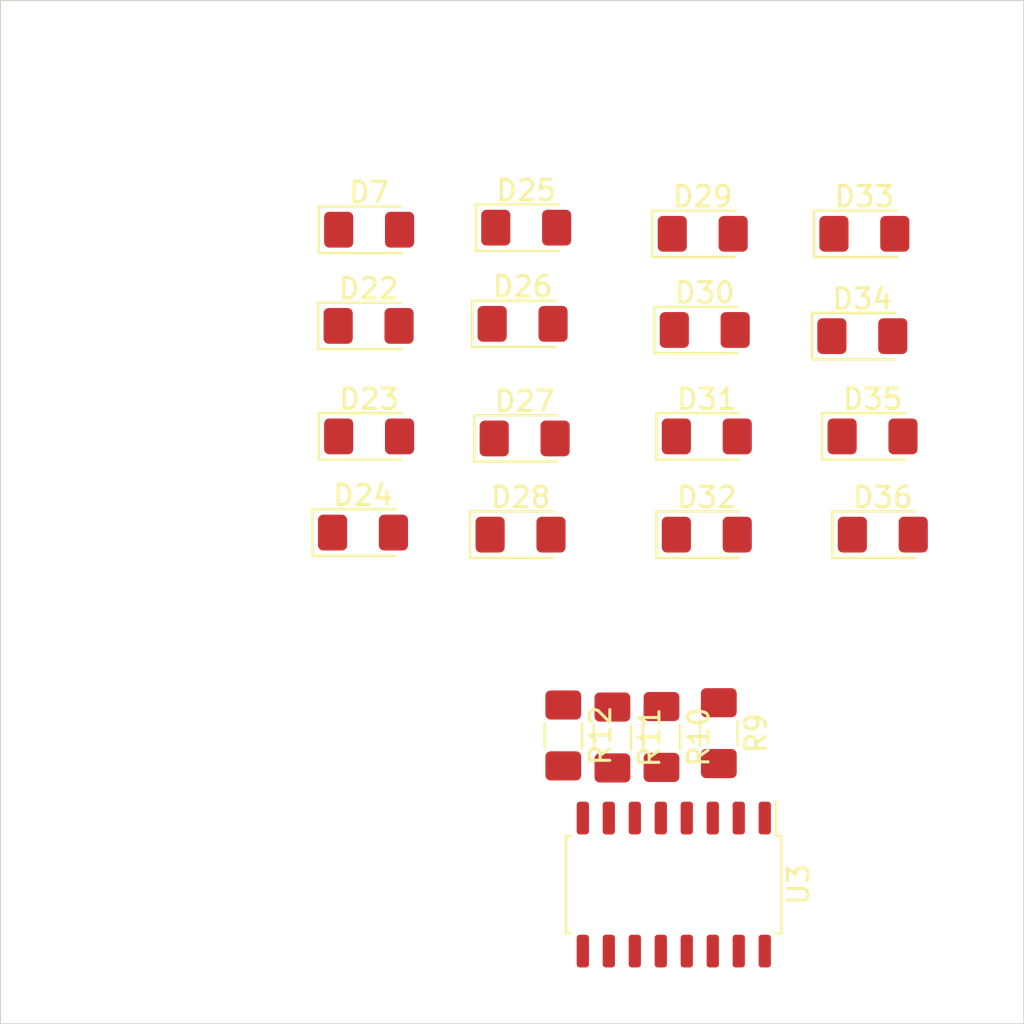
<source format=kicad_pcb>
(kicad_pcb (version 20171130) (host pcbnew 5.1.4+dfsg1-1)

  (general
    (thickness 1.6)
    (drawings 4)
    (tracks 0)
    (zones 0)
    (modules 21)
    (nets 21)
  )

  (page A4)
  (layers
    (0 F.Cu signal)
    (31 B.Cu signal)
    (32 B.Adhes user)
    (33 F.Adhes user)
    (34 B.Paste user)
    (35 F.Paste user)
    (36 B.SilkS user)
    (37 F.SilkS user)
    (38 B.Mask user)
    (39 F.Mask user)
    (40 Dwgs.User user)
    (41 Cmts.User user)
    (42 Eco1.User user)
    (43 Eco2.User user)
    (44 Edge.Cuts user)
    (45 Margin user)
    (46 B.CrtYd user)
    (47 F.CrtYd user)
    (48 B.Fab user)
    (49 F.Fab user)
  )

  (setup
    (last_trace_width 0.25)
    (user_trace_width 0.5)
    (user_trace_width 0.8)
    (trace_clearance 0.2)
    (zone_clearance 0.508)
    (zone_45_only no)
    (trace_min 0.2)
    (via_size 0.8)
    (via_drill 0.4)
    (via_min_size 0.4)
    (via_min_drill 0.3)
    (uvia_size 0.3)
    (uvia_drill 0.1)
    (uvias_allowed no)
    (uvia_min_size 0.2)
    (uvia_min_drill 0.1)
    (edge_width 0.05)
    (segment_width 0.2)
    (pcb_text_width 0.3)
    (pcb_text_size 1.5 1.5)
    (mod_edge_width 0.12)
    (mod_text_size 1 1)
    (mod_text_width 0.15)
    (pad_size 1.425 1.75)
    (pad_drill 0)
    (pad_to_mask_clearance 0.051)
    (solder_mask_min_width 0.25)
    (aux_axis_origin 0 0)
    (visible_elements FFFFFF7F)
    (pcbplotparams
      (layerselection 0x010fc_ffffffff)
      (usegerberextensions false)
      (usegerberattributes false)
      (usegerberadvancedattributes false)
      (creategerberjobfile false)
      (excludeedgelayer true)
      (linewidth 0.100000)
      (plotframeref false)
      (viasonmask false)
      (mode 1)
      (useauxorigin false)
      (hpglpennumber 1)
      (hpglpenspeed 20)
      (hpglpendiameter 15.000000)
      (psnegative false)
      (psa4output false)
      (plotreference true)
      (plotvalue true)
      (plotinvisibletext false)
      (padsonsilk false)
      (subtractmaskfromsilk false)
      (outputformat 1)
      (mirror false)
      (drillshape 1)
      (scaleselection 1)
      (outputdirectory ""))
  )

  (net 0 "")
  (net 1 GND)
  (net 2 VCC)
  (net 3 /Fil0)
  (net 4 /Col0)
  (net 5 /Fil1)
  (net 6 /Fil2)
  (net 7 /Fil3)
  (net 8 /Col1)
  (net 9 /Col2)
  (net 10 /Col3)
  (net 11 "Net-(R9-Pad2)")
  (net 12 "Net-(R10-Pad2)")
  (net 13 "Net-(R11-Pad2)")
  (net 14 "Net-(R12-Pad2)")
  (net 15 "Net-(U3-Pad9)")
  (net 16 "Net-(U3-Pad10)")
  (net 17 "Net-(U3-Pad11)")
  (net 18 "Net-(U3-Pad12)")
  (net 19 "Net-(U3-Pad13)")
  (net 20 "Net-(U3-Pad14)")

  (net_class Default "Esta es la clase de red por defecto."
    (clearance 0.2)
    (trace_width 0.25)
    (via_dia 0.8)
    (via_drill 0.4)
    (uvia_dia 0.3)
    (uvia_drill 0.1)
    (add_net /Col0)
    (add_net /Col1)
    (add_net /Col2)
    (add_net /Col3)
    (add_net /Fil0)
    (add_net /Fil1)
    (add_net /Fil2)
    (add_net /Fil3)
    (add_net GND)
    (add_net "Net-(R10-Pad2)")
    (add_net "Net-(R11-Pad2)")
    (add_net "Net-(R12-Pad2)")
    (add_net "Net-(R9-Pad2)")
    (add_net "Net-(U3-Pad10)")
    (add_net "Net-(U3-Pad11)")
    (add_net "Net-(U3-Pad12)")
    (add_net "Net-(U3-Pad13)")
    (add_net "Net-(U3-Pad14)")
    (add_net "Net-(U3-Pad9)")
    (add_net VCC)
  )

  (module LED_SMD:LED_1206_3216Metric_Pad1.42x1.75mm_HandSolder (layer F.Cu) (tedit 5B4B45C9) (tstamp 5E5B0312)
    (at 25.6875 11.1)
    (descr "LED SMD 1206 (3216 Metric), square (rectangular) end terminal, IPC_7351 nominal, (Body size source: http://www.tortai-tech.com/upload/download/2011102023233369053.pdf), generated with kicad-footprint-generator")
    (tags "LED handsolder")
    (path /5E61F2DE)
    (attr smd)
    (fp_text reference D25 (at 0 -1.82) (layer F.SilkS)
      (effects (font (size 1 1) (thickness 0.15)))
    )
    (fp_text value LED (at 0 1.82) (layer F.Fab)
      (effects (font (size 1 1) (thickness 0.15)))
    )
    (fp_text user %R (at 0 0) (layer F.Fab)
      (effects (font (size 0.8 0.8) (thickness 0.12)))
    )
    (fp_line (start 2.45 1.12) (end -2.45 1.12) (layer F.CrtYd) (width 0.05))
    (fp_line (start 2.45 -1.12) (end 2.45 1.12) (layer F.CrtYd) (width 0.05))
    (fp_line (start -2.45 -1.12) (end 2.45 -1.12) (layer F.CrtYd) (width 0.05))
    (fp_line (start -2.45 1.12) (end -2.45 -1.12) (layer F.CrtYd) (width 0.05))
    (fp_line (start -2.46 1.135) (end 1.6 1.135) (layer F.SilkS) (width 0.12))
    (fp_line (start -2.46 -1.135) (end -2.46 1.135) (layer F.SilkS) (width 0.12))
    (fp_line (start 1.6 -1.135) (end -2.46 -1.135) (layer F.SilkS) (width 0.12))
    (fp_line (start 1.6 0.8) (end 1.6 -0.8) (layer F.Fab) (width 0.1))
    (fp_line (start -1.6 0.8) (end 1.6 0.8) (layer F.Fab) (width 0.1))
    (fp_line (start -1.6 -0.4) (end -1.6 0.8) (layer F.Fab) (width 0.1))
    (fp_line (start -1.2 -0.8) (end -1.6 -0.4) (layer F.Fab) (width 0.1))
    (fp_line (start 1.6 -0.8) (end -1.2 -0.8) (layer F.Fab) (width 0.1))
    (pad 2 smd roundrect (at 1.4875 0) (size 1.425 1.75) (layers F.Cu F.Paste F.Mask) (roundrect_rratio 0.175439)
      (net 8 /Col1))
    (pad 1 smd roundrect (at -1.4875 0) (size 1.425 1.75) (layers F.Cu F.Paste F.Mask) (roundrect_rratio 0.175439)
      (net 3 /Fil0))
    (model ${KISYS3DMOD}/LED_SMD.3dshapes/LED_1206_3216Metric.wrl
      (at (xyz 0 0 0))
      (scale (xyz 1 1 1))
      (rotate (xyz 0 0 0))
    )
  )

  (module LED_SMD:LED_1206_3216Metric_Pad1.42x1.75mm_HandSolder (layer F.Cu) (tedit 5B4B45C9) (tstamp 5E5B0325)
    (at 25.5125 15.8)
    (descr "LED SMD 1206 (3216 Metric), square (rectangular) end terminal, IPC_7351 nominal, (Body size source: http://www.tortai-tech.com/upload/download/2011102023233369053.pdf), generated with kicad-footprint-generator")
    (tags "LED handsolder")
    (path /5E620506)
    (attr smd)
    (fp_text reference D26 (at 0 -1.82) (layer F.SilkS)
      (effects (font (size 1 1) (thickness 0.15)))
    )
    (fp_text value LED (at 0 1.82) (layer F.Fab)
      (effects (font (size 1 1) (thickness 0.15)))
    )
    (fp_text user %R (at 0 0) (layer F.Fab)
      (effects (font (size 0.8 0.8) (thickness 0.12)))
    )
    (fp_line (start 2.45 1.12) (end -2.45 1.12) (layer F.CrtYd) (width 0.05))
    (fp_line (start 2.45 -1.12) (end 2.45 1.12) (layer F.CrtYd) (width 0.05))
    (fp_line (start -2.45 -1.12) (end 2.45 -1.12) (layer F.CrtYd) (width 0.05))
    (fp_line (start -2.45 1.12) (end -2.45 -1.12) (layer F.CrtYd) (width 0.05))
    (fp_line (start -2.46 1.135) (end 1.6 1.135) (layer F.SilkS) (width 0.12))
    (fp_line (start -2.46 -1.135) (end -2.46 1.135) (layer F.SilkS) (width 0.12))
    (fp_line (start 1.6 -1.135) (end -2.46 -1.135) (layer F.SilkS) (width 0.12))
    (fp_line (start 1.6 0.8) (end 1.6 -0.8) (layer F.Fab) (width 0.1))
    (fp_line (start -1.6 0.8) (end 1.6 0.8) (layer F.Fab) (width 0.1))
    (fp_line (start -1.6 -0.4) (end -1.6 0.8) (layer F.Fab) (width 0.1))
    (fp_line (start -1.2 -0.8) (end -1.6 -0.4) (layer F.Fab) (width 0.1))
    (fp_line (start 1.6 -0.8) (end -1.2 -0.8) (layer F.Fab) (width 0.1))
    (pad 2 smd roundrect (at 1.4875 0) (size 1.425 1.75) (layers F.Cu F.Paste F.Mask) (roundrect_rratio 0.175439)
      (net 8 /Col1))
    (pad 1 smd roundrect (at -1.4875 0) (size 1.425 1.75) (layers F.Cu F.Paste F.Mask) (roundrect_rratio 0.175439)
      (net 5 /Fil1))
    (model ${KISYS3DMOD}/LED_SMD.3dshapes/LED_1206_3216Metric.wrl
      (at (xyz 0 0 0))
      (scale (xyz 1 1 1))
      (rotate (xyz 0 0 0))
    )
  )

  (module LED_SMD:LED_1206_3216Metric_Pad1.42x1.75mm_HandSolder (layer F.Cu) (tedit 5B4B45C9) (tstamp 5E5B0338)
    (at 25.6125 21.4)
    (descr "LED SMD 1206 (3216 Metric), square (rectangular) end terminal, IPC_7351 nominal, (Body size source: http://www.tortai-tech.com/upload/download/2011102023233369053.pdf), generated with kicad-footprint-generator")
    (tags "LED handsolder")
    (path /5E621A60)
    (attr smd)
    (fp_text reference D27 (at 0 -1.82) (layer F.SilkS)
      (effects (font (size 1 1) (thickness 0.15)))
    )
    (fp_text value LED (at 0 1.82) (layer F.Fab)
      (effects (font (size 1 1) (thickness 0.15)))
    )
    (fp_line (start 1.6 -0.8) (end -1.2 -0.8) (layer F.Fab) (width 0.1))
    (fp_line (start -1.2 -0.8) (end -1.6 -0.4) (layer F.Fab) (width 0.1))
    (fp_line (start -1.6 -0.4) (end -1.6 0.8) (layer F.Fab) (width 0.1))
    (fp_line (start -1.6 0.8) (end 1.6 0.8) (layer F.Fab) (width 0.1))
    (fp_line (start 1.6 0.8) (end 1.6 -0.8) (layer F.Fab) (width 0.1))
    (fp_line (start 1.6 -1.135) (end -2.46 -1.135) (layer F.SilkS) (width 0.12))
    (fp_line (start -2.46 -1.135) (end -2.46 1.135) (layer F.SilkS) (width 0.12))
    (fp_line (start -2.46 1.135) (end 1.6 1.135) (layer F.SilkS) (width 0.12))
    (fp_line (start -2.45 1.12) (end -2.45 -1.12) (layer F.CrtYd) (width 0.05))
    (fp_line (start -2.45 -1.12) (end 2.45 -1.12) (layer F.CrtYd) (width 0.05))
    (fp_line (start 2.45 -1.12) (end 2.45 1.12) (layer F.CrtYd) (width 0.05))
    (fp_line (start 2.45 1.12) (end -2.45 1.12) (layer F.CrtYd) (width 0.05))
    (fp_text user %R (at 0 0) (layer F.Fab)
      (effects (font (size 0.8 0.8) (thickness 0.12)))
    )
    (pad 1 smd roundrect (at -1.4875 0) (size 1.425 1.75) (layers F.Cu F.Paste F.Mask) (roundrect_rratio 0.175439)
      (net 6 /Fil2))
    (pad 2 smd roundrect (at 1.4875 0) (size 1.425 1.75) (layers F.Cu F.Paste F.Mask) (roundrect_rratio 0.175439)
      (net 8 /Col1))
    (model ${KISYS3DMOD}/LED_SMD.3dshapes/LED_1206_3216Metric.wrl
      (at (xyz 0 0 0))
      (scale (xyz 1 1 1))
      (rotate (xyz 0 0 0))
    )
  )

  (module LED_SMD:LED_1206_3216Metric_Pad1.42x1.75mm_HandSolder (layer F.Cu) (tedit 5B4B45C9) (tstamp 5E5B034B)
    (at 25.4125 26.1)
    (descr "LED SMD 1206 (3216 Metric), square (rectangular) end terminal, IPC_7351 nominal, (Body size source: http://www.tortai-tech.com/upload/download/2011102023233369053.pdf), generated with kicad-footprint-generator")
    (tags "LED handsolder")
    (path /5E62279B)
    (attr smd)
    (fp_text reference D28 (at 0 -1.82) (layer F.SilkS)
      (effects (font (size 1 1) (thickness 0.15)))
    )
    (fp_text value LED (at 0 1.82) (layer F.Fab)
      (effects (font (size 1 1) (thickness 0.15)))
    )
    (fp_text user %R (at 0 0) (layer F.Fab)
      (effects (font (size 0.8 0.8) (thickness 0.12)))
    )
    (fp_line (start 2.45 1.12) (end -2.45 1.12) (layer F.CrtYd) (width 0.05))
    (fp_line (start 2.45 -1.12) (end 2.45 1.12) (layer F.CrtYd) (width 0.05))
    (fp_line (start -2.45 -1.12) (end 2.45 -1.12) (layer F.CrtYd) (width 0.05))
    (fp_line (start -2.45 1.12) (end -2.45 -1.12) (layer F.CrtYd) (width 0.05))
    (fp_line (start -2.46 1.135) (end 1.6 1.135) (layer F.SilkS) (width 0.12))
    (fp_line (start -2.46 -1.135) (end -2.46 1.135) (layer F.SilkS) (width 0.12))
    (fp_line (start 1.6 -1.135) (end -2.46 -1.135) (layer F.SilkS) (width 0.12))
    (fp_line (start 1.6 0.8) (end 1.6 -0.8) (layer F.Fab) (width 0.1))
    (fp_line (start -1.6 0.8) (end 1.6 0.8) (layer F.Fab) (width 0.1))
    (fp_line (start -1.6 -0.4) (end -1.6 0.8) (layer F.Fab) (width 0.1))
    (fp_line (start -1.2 -0.8) (end -1.6 -0.4) (layer F.Fab) (width 0.1))
    (fp_line (start 1.6 -0.8) (end -1.2 -0.8) (layer F.Fab) (width 0.1))
    (pad 2 smd roundrect (at 1.4875 0) (size 1.425 1.75) (layers F.Cu F.Paste F.Mask) (roundrect_rratio 0.175439)
      (net 8 /Col1))
    (pad 1 smd roundrect (at -1.4875 0) (size 1.425 1.75) (layers F.Cu F.Paste F.Mask) (roundrect_rratio 0.175439)
      (net 7 /Fil3))
    (model ${KISYS3DMOD}/LED_SMD.3dshapes/LED_1206_3216Metric.wrl
      (at (xyz 0 0 0))
      (scale (xyz 1 1 1))
      (rotate (xyz 0 0 0))
    )
  )

  (module LED_SMD:LED_1206_3216Metric_Pad1.42x1.75mm_HandSolder (layer F.Cu) (tedit 5B4B45C9) (tstamp 5E5B035E)
    (at 34.3125 11.4)
    (descr "LED SMD 1206 (3216 Metric), square (rectangular) end terminal, IPC_7351 nominal, (Body size source: http://www.tortai-tech.com/upload/download/2011102023233369053.pdf), generated with kicad-footprint-generator")
    (tags "LED handsolder")
    (path /5E61F70A)
    (attr smd)
    (fp_text reference D29 (at 0 -1.82) (layer F.SilkS)
      (effects (font (size 1 1) (thickness 0.15)))
    )
    (fp_text value LED (at 0 1.82) (layer F.Fab)
      (effects (font (size 1 1) (thickness 0.15)))
    )
    (fp_line (start 1.6 -0.8) (end -1.2 -0.8) (layer F.Fab) (width 0.1))
    (fp_line (start -1.2 -0.8) (end -1.6 -0.4) (layer F.Fab) (width 0.1))
    (fp_line (start -1.6 -0.4) (end -1.6 0.8) (layer F.Fab) (width 0.1))
    (fp_line (start -1.6 0.8) (end 1.6 0.8) (layer F.Fab) (width 0.1))
    (fp_line (start 1.6 0.8) (end 1.6 -0.8) (layer F.Fab) (width 0.1))
    (fp_line (start 1.6 -1.135) (end -2.46 -1.135) (layer F.SilkS) (width 0.12))
    (fp_line (start -2.46 -1.135) (end -2.46 1.135) (layer F.SilkS) (width 0.12))
    (fp_line (start -2.46 1.135) (end 1.6 1.135) (layer F.SilkS) (width 0.12))
    (fp_line (start -2.45 1.12) (end -2.45 -1.12) (layer F.CrtYd) (width 0.05))
    (fp_line (start -2.45 -1.12) (end 2.45 -1.12) (layer F.CrtYd) (width 0.05))
    (fp_line (start 2.45 -1.12) (end 2.45 1.12) (layer F.CrtYd) (width 0.05))
    (fp_line (start 2.45 1.12) (end -2.45 1.12) (layer F.CrtYd) (width 0.05))
    (fp_text user %R (at 0 0) (layer F.Fab)
      (effects (font (size 0.8 0.8) (thickness 0.12)))
    )
    (pad 1 smd roundrect (at -1.4875 0) (size 1.425 1.75) (layers F.Cu F.Paste F.Mask) (roundrect_rratio 0.175439)
      (net 3 /Fil0))
    (pad 2 smd roundrect (at 1.4875 0) (size 1.425 1.75) (layers F.Cu F.Paste F.Mask) (roundrect_rratio 0.175439)
      (net 9 /Col2))
    (model ${KISYS3DMOD}/LED_SMD.3dshapes/LED_1206_3216Metric.wrl
      (at (xyz 0 0 0))
      (scale (xyz 1 1 1))
      (rotate (xyz 0 0 0))
    )
  )

  (module LED_SMD:LED_1206_3216Metric_Pad1.42x1.75mm_HandSolder (layer F.Cu) (tedit 5B4B45C9) (tstamp 5E5B0371)
    (at 34.4125 16.1)
    (descr "LED SMD 1206 (3216 Metric), square (rectangular) end terminal, IPC_7351 nominal, (Body size source: http://www.tortai-tech.com/upload/download/2011102023233369053.pdf), generated with kicad-footprint-generator")
    (tags "LED handsolder")
    (path /5E62094C)
    (attr smd)
    (fp_text reference D30 (at 0 -1.82) (layer F.SilkS)
      (effects (font (size 1 1) (thickness 0.15)))
    )
    (fp_text value LED (at 0 1.82) (layer F.Fab)
      (effects (font (size 1 1) (thickness 0.15)))
    )
    (fp_line (start 1.6 -0.8) (end -1.2 -0.8) (layer F.Fab) (width 0.1))
    (fp_line (start -1.2 -0.8) (end -1.6 -0.4) (layer F.Fab) (width 0.1))
    (fp_line (start -1.6 -0.4) (end -1.6 0.8) (layer F.Fab) (width 0.1))
    (fp_line (start -1.6 0.8) (end 1.6 0.8) (layer F.Fab) (width 0.1))
    (fp_line (start 1.6 0.8) (end 1.6 -0.8) (layer F.Fab) (width 0.1))
    (fp_line (start 1.6 -1.135) (end -2.46 -1.135) (layer F.SilkS) (width 0.12))
    (fp_line (start -2.46 -1.135) (end -2.46 1.135) (layer F.SilkS) (width 0.12))
    (fp_line (start -2.46 1.135) (end 1.6 1.135) (layer F.SilkS) (width 0.12))
    (fp_line (start -2.45 1.12) (end -2.45 -1.12) (layer F.CrtYd) (width 0.05))
    (fp_line (start -2.45 -1.12) (end 2.45 -1.12) (layer F.CrtYd) (width 0.05))
    (fp_line (start 2.45 -1.12) (end 2.45 1.12) (layer F.CrtYd) (width 0.05))
    (fp_line (start 2.45 1.12) (end -2.45 1.12) (layer F.CrtYd) (width 0.05))
    (fp_text user %R (at 0 0) (layer F.Fab)
      (effects (font (size 0.8 0.8) (thickness 0.12)))
    )
    (pad 1 smd roundrect (at -1.4875 0) (size 1.425 1.75) (layers F.Cu F.Paste F.Mask) (roundrect_rratio 0.175439)
      (net 5 /Fil1))
    (pad 2 smd roundrect (at 1.4875 0) (size 1.425 1.75) (layers F.Cu F.Paste F.Mask) (roundrect_rratio 0.175439)
      (net 9 /Col2))
    (model ${KISYS3DMOD}/LED_SMD.3dshapes/LED_1206_3216Metric.wrl
      (at (xyz 0 0 0))
      (scale (xyz 1 1 1))
      (rotate (xyz 0 0 0))
    )
  )

  (module LED_SMD:LED_1206_3216Metric_Pad1.42x1.75mm_HandSolder (layer F.Cu) (tedit 5B4B45C9) (tstamp 5E5B0384)
    (at 34.5125 21.3)
    (descr "LED SMD 1206 (3216 Metric), square (rectangular) end terminal, IPC_7351 nominal, (Body size source: http://www.tortai-tech.com/upload/download/2011102023233369053.pdf), generated with kicad-footprint-generator")
    (tags "LED handsolder")
    (path /5E621760)
    (attr smd)
    (fp_text reference D31 (at 0 -1.82) (layer F.SilkS)
      (effects (font (size 1 1) (thickness 0.15)))
    )
    (fp_text value LED (at 0 1.82) (layer F.Fab)
      (effects (font (size 1 1) (thickness 0.15)))
    )
    (fp_text user %R (at 0 0) (layer F.Fab)
      (effects (font (size 0.8 0.8) (thickness 0.12)))
    )
    (fp_line (start 2.45 1.12) (end -2.45 1.12) (layer F.CrtYd) (width 0.05))
    (fp_line (start 2.45 -1.12) (end 2.45 1.12) (layer F.CrtYd) (width 0.05))
    (fp_line (start -2.45 -1.12) (end 2.45 -1.12) (layer F.CrtYd) (width 0.05))
    (fp_line (start -2.45 1.12) (end -2.45 -1.12) (layer F.CrtYd) (width 0.05))
    (fp_line (start -2.46 1.135) (end 1.6 1.135) (layer F.SilkS) (width 0.12))
    (fp_line (start -2.46 -1.135) (end -2.46 1.135) (layer F.SilkS) (width 0.12))
    (fp_line (start 1.6 -1.135) (end -2.46 -1.135) (layer F.SilkS) (width 0.12))
    (fp_line (start 1.6 0.8) (end 1.6 -0.8) (layer F.Fab) (width 0.1))
    (fp_line (start -1.6 0.8) (end 1.6 0.8) (layer F.Fab) (width 0.1))
    (fp_line (start -1.6 -0.4) (end -1.6 0.8) (layer F.Fab) (width 0.1))
    (fp_line (start -1.2 -0.8) (end -1.6 -0.4) (layer F.Fab) (width 0.1))
    (fp_line (start 1.6 -0.8) (end -1.2 -0.8) (layer F.Fab) (width 0.1))
    (pad 2 smd roundrect (at 1.4875 0) (size 1.425 1.75) (layers F.Cu F.Paste F.Mask) (roundrect_rratio 0.175439)
      (net 9 /Col2))
    (pad 1 smd roundrect (at -1.4875 0) (size 1.425 1.75) (layers F.Cu F.Paste F.Mask) (roundrect_rratio 0.175439)
      (net 6 /Fil2))
    (model ${KISYS3DMOD}/LED_SMD.3dshapes/LED_1206_3216Metric.wrl
      (at (xyz 0 0 0))
      (scale (xyz 1 1 1))
      (rotate (xyz 0 0 0))
    )
  )

  (module LED_SMD:LED_1206_3216Metric_Pad1.42x1.75mm_HandSolder (layer F.Cu) (tedit 5B4B45C9) (tstamp 5E5B0397)
    (at 34.5125 26.1)
    (descr "LED SMD 1206 (3216 Metric), square (rectangular) end terminal, IPC_7351 nominal, (Body size source: http://www.tortai-tech.com/upload/download/2011102023233369053.pdf), generated with kicad-footprint-generator")
    (tags "LED handsolder")
    (path /5E622B08)
    (attr smd)
    (fp_text reference D32 (at 0 -1.82) (layer F.SilkS)
      (effects (font (size 1 1) (thickness 0.15)))
    )
    (fp_text value LED (at 0 1.82) (layer F.Fab)
      (effects (font (size 1 1) (thickness 0.15)))
    )
    (fp_line (start 1.6 -0.8) (end -1.2 -0.8) (layer F.Fab) (width 0.1))
    (fp_line (start -1.2 -0.8) (end -1.6 -0.4) (layer F.Fab) (width 0.1))
    (fp_line (start -1.6 -0.4) (end -1.6 0.8) (layer F.Fab) (width 0.1))
    (fp_line (start -1.6 0.8) (end 1.6 0.8) (layer F.Fab) (width 0.1))
    (fp_line (start 1.6 0.8) (end 1.6 -0.8) (layer F.Fab) (width 0.1))
    (fp_line (start 1.6 -1.135) (end -2.46 -1.135) (layer F.SilkS) (width 0.12))
    (fp_line (start -2.46 -1.135) (end -2.46 1.135) (layer F.SilkS) (width 0.12))
    (fp_line (start -2.46 1.135) (end 1.6 1.135) (layer F.SilkS) (width 0.12))
    (fp_line (start -2.45 1.12) (end -2.45 -1.12) (layer F.CrtYd) (width 0.05))
    (fp_line (start -2.45 -1.12) (end 2.45 -1.12) (layer F.CrtYd) (width 0.05))
    (fp_line (start 2.45 -1.12) (end 2.45 1.12) (layer F.CrtYd) (width 0.05))
    (fp_line (start 2.45 1.12) (end -2.45 1.12) (layer F.CrtYd) (width 0.05))
    (fp_text user %R (at 0 0) (layer F.Fab)
      (effects (font (size 0.8 0.8) (thickness 0.12)))
    )
    (pad 1 smd roundrect (at -1.4875 0) (size 1.425 1.75) (layers F.Cu F.Paste F.Mask) (roundrect_rratio 0.175439)
      (net 7 /Fil3))
    (pad 2 smd roundrect (at 1.4875 0) (size 1.425 1.75) (layers F.Cu F.Paste F.Mask) (roundrect_rratio 0.175439)
      (net 9 /Col2))
    (model ${KISYS3DMOD}/LED_SMD.3dshapes/LED_1206_3216Metric.wrl
      (at (xyz 0 0 0))
      (scale (xyz 1 1 1))
      (rotate (xyz 0 0 0))
    )
  )

  (module LED_SMD:LED_1206_3216Metric_Pad1.42x1.75mm_HandSolder (layer F.Cu) (tedit 5B4B45C9) (tstamp 5E5B03AA)
    (at 42.2125 11.4)
    (descr "LED SMD 1206 (3216 Metric), square (rectangular) end terminal, IPC_7351 nominal, (Body size source: http://www.tortai-tech.com/upload/download/2011102023233369053.pdf), generated with kicad-footprint-generator")
    (tags "LED handsolder")
    (path /5E61FCC8)
    (attr smd)
    (fp_text reference D33 (at 0 -1.82) (layer F.SilkS)
      (effects (font (size 1 1) (thickness 0.15)))
    )
    (fp_text value LED (at 0 1.82) (layer F.Fab)
      (effects (font (size 1 1) (thickness 0.15)))
    )
    (fp_text user %R (at 0 0) (layer F.Fab)
      (effects (font (size 0.8 0.8) (thickness 0.12)))
    )
    (fp_line (start 2.45 1.12) (end -2.45 1.12) (layer F.CrtYd) (width 0.05))
    (fp_line (start 2.45 -1.12) (end 2.45 1.12) (layer F.CrtYd) (width 0.05))
    (fp_line (start -2.45 -1.12) (end 2.45 -1.12) (layer F.CrtYd) (width 0.05))
    (fp_line (start -2.45 1.12) (end -2.45 -1.12) (layer F.CrtYd) (width 0.05))
    (fp_line (start -2.46 1.135) (end 1.6 1.135) (layer F.SilkS) (width 0.12))
    (fp_line (start -2.46 -1.135) (end -2.46 1.135) (layer F.SilkS) (width 0.12))
    (fp_line (start 1.6 -1.135) (end -2.46 -1.135) (layer F.SilkS) (width 0.12))
    (fp_line (start 1.6 0.8) (end 1.6 -0.8) (layer F.Fab) (width 0.1))
    (fp_line (start -1.6 0.8) (end 1.6 0.8) (layer F.Fab) (width 0.1))
    (fp_line (start -1.6 -0.4) (end -1.6 0.8) (layer F.Fab) (width 0.1))
    (fp_line (start -1.2 -0.8) (end -1.6 -0.4) (layer F.Fab) (width 0.1))
    (fp_line (start 1.6 -0.8) (end -1.2 -0.8) (layer F.Fab) (width 0.1))
    (pad 2 smd roundrect (at 1.4875 0) (size 1.425 1.75) (layers F.Cu F.Paste F.Mask) (roundrect_rratio 0.175439)
      (net 10 /Col3))
    (pad 1 smd roundrect (at -1.4875 0) (size 1.425 1.75) (layers F.Cu F.Paste F.Mask) (roundrect_rratio 0.175439)
      (net 3 /Fil0))
    (model ${KISYS3DMOD}/LED_SMD.3dshapes/LED_1206_3216Metric.wrl
      (at (xyz 0 0 0))
      (scale (xyz 1 1 1))
      (rotate (xyz 0 0 0))
    )
  )

  (module LED_SMD:LED_1206_3216Metric_Pad1.42x1.75mm_HandSolder (layer F.Cu) (tedit 5B4B45C9) (tstamp 5E5B03BD)
    (at 42.1125 16.4)
    (descr "LED SMD 1206 (3216 Metric), square (rectangular) end terminal, IPC_7351 nominal, (Body size source: http://www.tortai-tech.com/upload/download/2011102023233369053.pdf), generated with kicad-footprint-generator")
    (tags "LED handsolder")
    (path /5E620D29)
    (attr smd)
    (fp_text reference D34 (at 0 -1.82) (layer F.SilkS)
      (effects (font (size 1 1) (thickness 0.15)))
    )
    (fp_text value LED (at 0 1.82) (layer F.Fab)
      (effects (font (size 1 1) (thickness 0.15)))
    )
    (fp_text user %R (at 0 0) (layer F.Fab)
      (effects (font (size 0.8 0.8) (thickness 0.12)))
    )
    (fp_line (start 2.45 1.12) (end -2.45 1.12) (layer F.CrtYd) (width 0.05))
    (fp_line (start 2.45 -1.12) (end 2.45 1.12) (layer F.CrtYd) (width 0.05))
    (fp_line (start -2.45 -1.12) (end 2.45 -1.12) (layer F.CrtYd) (width 0.05))
    (fp_line (start -2.45 1.12) (end -2.45 -1.12) (layer F.CrtYd) (width 0.05))
    (fp_line (start -2.46 1.135) (end 1.6 1.135) (layer F.SilkS) (width 0.12))
    (fp_line (start -2.46 -1.135) (end -2.46 1.135) (layer F.SilkS) (width 0.12))
    (fp_line (start 1.6 -1.135) (end -2.46 -1.135) (layer F.SilkS) (width 0.12))
    (fp_line (start 1.6 0.8) (end 1.6 -0.8) (layer F.Fab) (width 0.1))
    (fp_line (start -1.6 0.8) (end 1.6 0.8) (layer F.Fab) (width 0.1))
    (fp_line (start -1.6 -0.4) (end -1.6 0.8) (layer F.Fab) (width 0.1))
    (fp_line (start -1.2 -0.8) (end -1.6 -0.4) (layer F.Fab) (width 0.1))
    (fp_line (start 1.6 -0.8) (end -1.2 -0.8) (layer F.Fab) (width 0.1))
    (pad 2 smd roundrect (at 1.4875 0) (size 1.425 1.75) (layers F.Cu F.Paste F.Mask) (roundrect_rratio 0.175439)
      (net 10 /Col3))
    (pad 1 smd roundrect (at -1.4875 0) (size 1.425 1.75) (layers F.Cu F.Paste F.Mask) (roundrect_rratio 0.175439)
      (net 5 /Fil1))
    (model ${KISYS3DMOD}/LED_SMD.3dshapes/LED_1206_3216Metric.wrl
      (at (xyz 0 0 0))
      (scale (xyz 1 1 1))
      (rotate (xyz 0 0 0))
    )
  )

  (module LED_SMD:LED_1206_3216Metric_Pad1.42x1.75mm_HandSolder (layer F.Cu) (tedit 5B4B45C9) (tstamp 5E5B03D0)
    (at 42.6125 21.3)
    (descr "LED SMD 1206 (3216 Metric), square (rectangular) end terminal, IPC_7351 nominal, (Body size source: http://www.tortai-tech.com/upload/download/2011102023233369053.pdf), generated with kicad-footprint-generator")
    (tags "LED handsolder")
    (path /5E6211F4)
    (attr smd)
    (fp_text reference D35 (at 0 -1.82) (layer F.SilkS)
      (effects (font (size 1 1) (thickness 0.15)))
    )
    (fp_text value LED (at 0 1.82) (layer F.Fab)
      (effects (font (size 1 1) (thickness 0.15)))
    )
    (fp_line (start 1.6 -0.8) (end -1.2 -0.8) (layer F.Fab) (width 0.1))
    (fp_line (start -1.2 -0.8) (end -1.6 -0.4) (layer F.Fab) (width 0.1))
    (fp_line (start -1.6 -0.4) (end -1.6 0.8) (layer F.Fab) (width 0.1))
    (fp_line (start -1.6 0.8) (end 1.6 0.8) (layer F.Fab) (width 0.1))
    (fp_line (start 1.6 0.8) (end 1.6 -0.8) (layer F.Fab) (width 0.1))
    (fp_line (start 1.6 -1.135) (end -2.46 -1.135) (layer F.SilkS) (width 0.12))
    (fp_line (start -2.46 -1.135) (end -2.46 1.135) (layer F.SilkS) (width 0.12))
    (fp_line (start -2.46 1.135) (end 1.6 1.135) (layer F.SilkS) (width 0.12))
    (fp_line (start -2.45 1.12) (end -2.45 -1.12) (layer F.CrtYd) (width 0.05))
    (fp_line (start -2.45 -1.12) (end 2.45 -1.12) (layer F.CrtYd) (width 0.05))
    (fp_line (start 2.45 -1.12) (end 2.45 1.12) (layer F.CrtYd) (width 0.05))
    (fp_line (start 2.45 1.12) (end -2.45 1.12) (layer F.CrtYd) (width 0.05))
    (fp_text user %R (at 0 0) (layer F.Fab)
      (effects (font (size 0.8 0.8) (thickness 0.12)))
    )
    (pad 1 smd roundrect (at -1.4875 0) (size 1.425 1.75) (layers F.Cu F.Paste F.Mask) (roundrect_rratio 0.175439)
      (net 6 /Fil2))
    (pad 2 smd roundrect (at 1.4875 0) (size 1.425 1.75) (layers F.Cu F.Paste F.Mask) (roundrect_rratio 0.175439)
      (net 10 /Col3))
    (model ${KISYS3DMOD}/LED_SMD.3dshapes/LED_1206_3216Metric.wrl
      (at (xyz 0 0 0))
      (scale (xyz 1 1 1))
      (rotate (xyz 0 0 0))
    )
  )

  (module LED_SMD:LED_1206_3216Metric_Pad1.42x1.75mm_HandSolder (layer F.Cu) (tedit 5B4B45C9) (tstamp 5E5B03E3)
    (at 43.1125 26.1)
    (descr "LED SMD 1206 (3216 Metric), square (rectangular) end terminal, IPC_7351 nominal, (Body size source: http://www.tortai-tech.com/upload/download/2011102023233369053.pdf), generated with kicad-footprint-generator")
    (tags "LED handsolder")
    (path /5E622EDB)
    (attr smd)
    (fp_text reference D36 (at 0 -1.82) (layer F.SilkS)
      (effects (font (size 1 1) (thickness 0.15)))
    )
    (fp_text value LED (at 0 1.82) (layer F.Fab)
      (effects (font (size 1 1) (thickness 0.15)))
    )
    (fp_text user %R (at 0 0) (layer F.Fab)
      (effects (font (size 0.8 0.8) (thickness 0.12)))
    )
    (fp_line (start 2.45 1.12) (end -2.45 1.12) (layer F.CrtYd) (width 0.05))
    (fp_line (start 2.45 -1.12) (end 2.45 1.12) (layer F.CrtYd) (width 0.05))
    (fp_line (start -2.45 -1.12) (end 2.45 -1.12) (layer F.CrtYd) (width 0.05))
    (fp_line (start -2.45 1.12) (end -2.45 -1.12) (layer F.CrtYd) (width 0.05))
    (fp_line (start -2.46 1.135) (end 1.6 1.135) (layer F.SilkS) (width 0.12))
    (fp_line (start -2.46 -1.135) (end -2.46 1.135) (layer F.SilkS) (width 0.12))
    (fp_line (start 1.6 -1.135) (end -2.46 -1.135) (layer F.SilkS) (width 0.12))
    (fp_line (start 1.6 0.8) (end 1.6 -0.8) (layer F.Fab) (width 0.1))
    (fp_line (start -1.6 0.8) (end 1.6 0.8) (layer F.Fab) (width 0.1))
    (fp_line (start -1.6 -0.4) (end -1.6 0.8) (layer F.Fab) (width 0.1))
    (fp_line (start -1.2 -0.8) (end -1.6 -0.4) (layer F.Fab) (width 0.1))
    (fp_line (start 1.6 -0.8) (end -1.2 -0.8) (layer F.Fab) (width 0.1))
    (pad 2 smd roundrect (at 1.4875 0) (size 1.425 1.75) (layers F.Cu F.Paste F.Mask) (roundrect_rratio 0.175439)
      (net 10 /Col3))
    (pad 1 smd roundrect (at -1.4875 0) (size 1.425 1.75) (layers F.Cu F.Paste F.Mask) (roundrect_rratio 0.175439)
      (net 7 /Fil3))
    (model ${KISYS3DMOD}/LED_SMD.3dshapes/LED_1206_3216Metric.wrl
      (at (xyz 0 0 0))
      (scale (xyz 1 1 1))
      (rotate (xyz 0 0 0))
    )
  )

  (module Resistor_SMD:R_1206_3216Metric_Pad1.42x1.75mm_HandSolder (layer F.Cu) (tedit 5B301BBD) (tstamp 5E5B0434)
    (at 35.1 35.8 270)
    (descr "Resistor SMD 1206 (3216 Metric), square (rectangular) end terminal, IPC_7351 nominal with elongated pad for handsoldering. (Body size source: http://www.tortai-tech.com/upload/download/2011102023233369053.pdf), generated with kicad-footprint-generator")
    (tags "resistor handsolder")
    (path /5E5C5BA3)
    (attr smd)
    (fp_text reference R9 (at 0 -1.82 90) (layer F.SilkS)
      (effects (font (size 1 1) (thickness 0.15)))
    )
    (fp_text value R (at 0 1.82 90) (layer F.Fab)
      (effects (font (size 1 1) (thickness 0.15)))
    )
    (fp_line (start -1.6 0.8) (end -1.6 -0.8) (layer F.Fab) (width 0.1))
    (fp_line (start -1.6 -0.8) (end 1.6 -0.8) (layer F.Fab) (width 0.1))
    (fp_line (start 1.6 -0.8) (end 1.6 0.8) (layer F.Fab) (width 0.1))
    (fp_line (start 1.6 0.8) (end -1.6 0.8) (layer F.Fab) (width 0.1))
    (fp_line (start -0.602064 -0.91) (end 0.602064 -0.91) (layer F.SilkS) (width 0.12))
    (fp_line (start -0.602064 0.91) (end 0.602064 0.91) (layer F.SilkS) (width 0.12))
    (fp_line (start -2.45 1.12) (end -2.45 -1.12) (layer F.CrtYd) (width 0.05))
    (fp_line (start -2.45 -1.12) (end 2.45 -1.12) (layer F.CrtYd) (width 0.05))
    (fp_line (start 2.45 -1.12) (end 2.45 1.12) (layer F.CrtYd) (width 0.05))
    (fp_line (start 2.45 1.12) (end -2.45 1.12) (layer F.CrtYd) (width 0.05))
    (fp_text user %R (at 0 0 90) (layer F.Fab)
      (effects (font (size 0.8 0.8) (thickness 0.12)))
    )
    (pad 1 smd roundrect (at -1.4875 0 270) (size 1.425 1.75) (layers F.Cu F.Paste F.Mask) (roundrect_rratio 0.175439)
      (net 3 /Fil0))
    (pad 2 smd roundrect (at 1.4875 0 270) (size 1.425 1.75) (layers F.Cu F.Paste F.Mask) (roundrect_rratio 0.175439)
      (net 11 "Net-(R9-Pad2)"))
    (model ${KISYS3DMOD}/Resistor_SMD.3dshapes/R_1206_3216Metric.wrl
      (at (xyz 0 0 0))
      (scale (xyz 1 1 1))
      (rotate (xyz 0 0 0))
    )
  )

  (module Resistor_SMD:R_1206_3216Metric_Pad1.42x1.75mm_HandSolder (layer F.Cu) (tedit 5B301BBD) (tstamp 5E5B0445)
    (at 32.3 35.9875 270)
    (descr "Resistor SMD 1206 (3216 Metric), square (rectangular) end terminal, IPC_7351 nominal with elongated pad for handsoldering. (Body size source: http://www.tortai-tech.com/upload/download/2011102023233369053.pdf), generated with kicad-footprint-generator")
    (tags "resistor handsolder")
    (path /5E5C5BA9)
    (attr smd)
    (fp_text reference R10 (at 0 -1.82 90) (layer F.SilkS)
      (effects (font (size 1 1) (thickness 0.15)))
    )
    (fp_text value R (at 0 1.82 90) (layer F.Fab)
      (effects (font (size 1 1) (thickness 0.15)))
    )
    (fp_text user %R (at 0 0 90) (layer F.Fab)
      (effects (font (size 0.8 0.8) (thickness 0.12)))
    )
    (fp_line (start 2.45 1.12) (end -2.45 1.12) (layer F.CrtYd) (width 0.05))
    (fp_line (start 2.45 -1.12) (end 2.45 1.12) (layer F.CrtYd) (width 0.05))
    (fp_line (start -2.45 -1.12) (end 2.45 -1.12) (layer F.CrtYd) (width 0.05))
    (fp_line (start -2.45 1.12) (end -2.45 -1.12) (layer F.CrtYd) (width 0.05))
    (fp_line (start -0.602064 0.91) (end 0.602064 0.91) (layer F.SilkS) (width 0.12))
    (fp_line (start -0.602064 -0.91) (end 0.602064 -0.91) (layer F.SilkS) (width 0.12))
    (fp_line (start 1.6 0.8) (end -1.6 0.8) (layer F.Fab) (width 0.1))
    (fp_line (start 1.6 -0.8) (end 1.6 0.8) (layer F.Fab) (width 0.1))
    (fp_line (start -1.6 -0.8) (end 1.6 -0.8) (layer F.Fab) (width 0.1))
    (fp_line (start -1.6 0.8) (end -1.6 -0.8) (layer F.Fab) (width 0.1))
    (pad 2 smd roundrect (at 1.4875 0 270) (size 1.425 1.75) (layers F.Cu F.Paste F.Mask) (roundrect_rratio 0.175439)
      (net 12 "Net-(R10-Pad2)"))
    (pad 1 smd roundrect (at -1.4875 0 270) (size 1.425 1.75) (layers F.Cu F.Paste F.Mask) (roundrect_rratio 0.175439)
      (net 5 /Fil1))
    (model ${KISYS3DMOD}/Resistor_SMD.3dshapes/R_1206_3216Metric.wrl
      (at (xyz 0 0 0))
      (scale (xyz 1 1 1))
      (rotate (xyz 0 0 0))
    )
  )

  (module Resistor_SMD:R_1206_3216Metric_Pad1.42x1.75mm_HandSolder (layer F.Cu) (tedit 5B301BBD) (tstamp 5E5B0456)
    (at 29.9 36.0125 270)
    (descr "Resistor SMD 1206 (3216 Metric), square (rectangular) end terminal, IPC_7351 nominal with elongated pad for handsoldering. (Body size source: http://www.tortai-tech.com/upload/download/2011102023233369053.pdf), generated with kicad-footprint-generator")
    (tags "resistor handsolder")
    (path /5E5C5BAF)
    (attr smd)
    (fp_text reference R11 (at 0 -1.82 90) (layer F.SilkS)
      (effects (font (size 1 1) (thickness 0.15)))
    )
    (fp_text value R (at 0 1.82 90) (layer F.Fab)
      (effects (font (size 1 1) (thickness 0.15)))
    )
    (fp_line (start -1.6 0.8) (end -1.6 -0.8) (layer F.Fab) (width 0.1))
    (fp_line (start -1.6 -0.8) (end 1.6 -0.8) (layer F.Fab) (width 0.1))
    (fp_line (start 1.6 -0.8) (end 1.6 0.8) (layer F.Fab) (width 0.1))
    (fp_line (start 1.6 0.8) (end -1.6 0.8) (layer F.Fab) (width 0.1))
    (fp_line (start -0.602064 -0.91) (end 0.602064 -0.91) (layer F.SilkS) (width 0.12))
    (fp_line (start -0.602064 0.91) (end 0.602064 0.91) (layer F.SilkS) (width 0.12))
    (fp_line (start -2.45 1.12) (end -2.45 -1.12) (layer F.CrtYd) (width 0.05))
    (fp_line (start -2.45 -1.12) (end 2.45 -1.12) (layer F.CrtYd) (width 0.05))
    (fp_line (start 2.45 -1.12) (end 2.45 1.12) (layer F.CrtYd) (width 0.05))
    (fp_line (start 2.45 1.12) (end -2.45 1.12) (layer F.CrtYd) (width 0.05))
    (fp_text user %R (at 0 0 90) (layer F.Fab)
      (effects (font (size 0.8 0.8) (thickness 0.12)))
    )
    (pad 1 smd roundrect (at -1.4875 0 270) (size 1.425 1.75) (layers F.Cu F.Paste F.Mask) (roundrect_rratio 0.175439)
      (net 6 /Fil2))
    (pad 2 smd roundrect (at 1.4875 0 270) (size 1.425 1.75) (layers F.Cu F.Paste F.Mask) (roundrect_rratio 0.175439)
      (net 13 "Net-(R11-Pad2)"))
    (model ${KISYS3DMOD}/Resistor_SMD.3dshapes/R_1206_3216Metric.wrl
      (at (xyz 0 0 0))
      (scale (xyz 1 1 1))
      (rotate (xyz 0 0 0))
    )
  )

  (module Package_SO:SOP-16_4.55x10.3mm_P1.27mm (layer F.Cu) (tedit 5C5B553D) (tstamp 5E5B04D1)
    (at 32.9 43.2 270)
    (descr "SOP, 16 Pin (https://toshiba.semicon-storage.com/info/docget.jsp?did=12855&prodName=TLP290-4), generated with kicad-footprint-generator ipc_gullwing_generator.py")
    (tags "SOP SO")
    (path /5E5C5B85)
    (attr smd)
    (fp_text reference U3 (at 0 -6.1 90) (layer F.SilkS)
      (effects (font (size 1 1) (thickness 0.15)))
    )
    (fp_text value 74HC595 (at 0 6.1 90) (layer F.Fab)
      (effects (font (size 1 1) (thickness 0.15)))
    )
    (fp_line (start 0 5.26) (end 2.385 5.26) (layer F.SilkS) (width 0.12))
    (fp_line (start 2.385 5.26) (end 2.385 5.005) (layer F.SilkS) (width 0.12))
    (fp_line (start 0 5.26) (end -2.385 5.26) (layer F.SilkS) (width 0.12))
    (fp_line (start -2.385 5.26) (end -2.385 5.005) (layer F.SilkS) (width 0.12))
    (fp_line (start 0 -5.26) (end 2.385 -5.26) (layer F.SilkS) (width 0.12))
    (fp_line (start 2.385 -5.26) (end 2.385 -5.005) (layer F.SilkS) (width 0.12))
    (fp_line (start 0 -5.26) (end -2.385 -5.26) (layer F.SilkS) (width 0.12))
    (fp_line (start -2.385 -5.26) (end -2.385 -5.005) (layer F.SilkS) (width 0.12))
    (fp_line (start -2.385 -5.005) (end -4.05 -5.005) (layer F.SilkS) (width 0.12))
    (fp_line (start -1.275 -5.15) (end 2.275 -5.15) (layer F.Fab) (width 0.1))
    (fp_line (start 2.275 -5.15) (end 2.275 5.15) (layer F.Fab) (width 0.1))
    (fp_line (start 2.275 5.15) (end -2.275 5.15) (layer F.Fab) (width 0.1))
    (fp_line (start -2.275 5.15) (end -2.275 -4.15) (layer F.Fab) (width 0.1))
    (fp_line (start -2.275 -4.15) (end -1.275 -5.15) (layer F.Fab) (width 0.1))
    (fp_line (start -4.3 -5.4) (end -4.3 5.4) (layer F.CrtYd) (width 0.05))
    (fp_line (start -4.3 5.4) (end 4.3 5.4) (layer F.CrtYd) (width 0.05))
    (fp_line (start 4.3 5.4) (end 4.3 -5.4) (layer F.CrtYd) (width 0.05))
    (fp_line (start 4.3 -5.4) (end -4.3 -5.4) (layer F.CrtYd) (width 0.05))
    (fp_text user %R (at 0 0 90) (layer F.Fab)
      (effects (font (size 1 1) (thickness 0.15)))
    )
    (pad 1 smd roundrect (at -3.25 -4.445 270) (size 1.6 0.6) (layers F.Cu F.Paste F.Mask) (roundrect_rratio 0.25)
      (net 8 /Col1))
    (pad 2 smd roundrect (at -3.25 -3.175 270) (size 1.6 0.6) (layers F.Cu F.Paste F.Mask) (roundrect_rratio 0.25)
      (net 9 /Col2))
    (pad 3 smd roundrect (at -3.25 -1.905 270) (size 1.6 0.6) (layers F.Cu F.Paste F.Mask) (roundrect_rratio 0.25)
      (net 10 /Col3))
    (pad 4 smd roundrect (at -3.25 -0.635 270) (size 1.6 0.6) (layers F.Cu F.Paste F.Mask) (roundrect_rratio 0.25)
      (net 11 "Net-(R9-Pad2)"))
    (pad 5 smd roundrect (at -3.25 0.635 270) (size 1.6 0.6) (layers F.Cu F.Paste F.Mask) (roundrect_rratio 0.25)
      (net 12 "Net-(R10-Pad2)"))
    (pad 6 smd roundrect (at -3.25 1.905 270) (size 1.6 0.6) (layers F.Cu F.Paste F.Mask) (roundrect_rratio 0.25)
      (net 13 "Net-(R11-Pad2)"))
    (pad 7 smd roundrect (at -3.25 3.175 270) (size 1.6 0.6) (layers F.Cu F.Paste F.Mask) (roundrect_rratio 0.25)
      (net 14 "Net-(R12-Pad2)"))
    (pad 8 smd roundrect (at -3.25 4.445 270) (size 1.6 0.6) (layers F.Cu F.Paste F.Mask) (roundrect_rratio 0.25)
      (net 1 GND))
    (pad 9 smd roundrect (at 3.25 4.445 270) (size 1.6 0.6) (layers F.Cu F.Paste F.Mask) (roundrect_rratio 0.25)
      (net 15 "Net-(U3-Pad9)"))
    (pad 10 smd roundrect (at 3.25 3.175 270) (size 1.6 0.6) (layers F.Cu F.Paste F.Mask) (roundrect_rratio 0.25)
      (net 16 "Net-(U3-Pad10)"))
    (pad 11 smd roundrect (at 3.25 1.905 270) (size 1.6 0.6) (layers F.Cu F.Paste F.Mask) (roundrect_rratio 0.25)
      (net 17 "Net-(U3-Pad11)"))
    (pad 12 smd roundrect (at 3.25 0.635 270) (size 1.6 0.6) (layers F.Cu F.Paste F.Mask) (roundrect_rratio 0.25)
      (net 18 "Net-(U3-Pad12)"))
    (pad 13 smd roundrect (at 3.25 -0.635 270) (size 1.6 0.6) (layers F.Cu F.Paste F.Mask) (roundrect_rratio 0.25)
      (net 19 "Net-(U3-Pad13)"))
    (pad 14 smd roundrect (at 3.25 -1.905 270) (size 1.6 0.6) (layers F.Cu F.Paste F.Mask) (roundrect_rratio 0.25)
      (net 20 "Net-(U3-Pad14)"))
    (pad 15 smd roundrect (at 3.25 -3.175 270) (size 1.6 0.6) (layers F.Cu F.Paste F.Mask) (roundrect_rratio 0.25)
      (net 4 /Col0))
    (pad 16 smd roundrect (at 3.25 -4.445 270) (size 1.6 0.6) (layers F.Cu F.Paste F.Mask) (roundrect_rratio 0.25)
      (net 2 VCC))
    (model ${KISYS3DMOD}/Package_SO.3dshapes/SOP-16_4.55x10.3mm_P1.27mm.wrl
      (at (xyz 0 0 0))
      (scale (xyz 1 1 1))
      (rotate (xyz 0 0 0))
    )
  )

  (module LED_SMD:LED_1206_3216Metric_Pad1.42x1.75mm_HandSolder (layer F.Cu) (tedit 5B4B45C9) (tstamp 5E5B02C6)
    (at 18.0125 11.2)
    (descr "LED SMD 1206 (3216 Metric), square (rectangular) end terminal, IPC_7351 nominal, (Body size source: http://www.tortai-tech.com/upload/download/2011102023233369053.pdf), generated with kicad-footprint-generator")
    (tags "LED handsolder")
    (path /5E61C86E)
    (attr smd)
    (fp_text reference D7 (at 0 -1.82) (layer F.SilkS)
      (effects (font (size 1 1) (thickness 0.15)))
    )
    (fp_text value LED (at 0 1.82) (layer F.Fab)
      (effects (font (size 1 1) (thickness 0.15)))
    )
    (fp_line (start 1.6 -0.8) (end -1.2 -0.8) (layer F.Fab) (width 0.1))
    (fp_line (start -1.2 -0.8) (end -1.6 -0.4) (layer F.Fab) (width 0.1))
    (fp_line (start -1.6 -0.4) (end -1.6 0.8) (layer F.Fab) (width 0.1))
    (fp_line (start -1.6 0.8) (end 1.6 0.8) (layer F.Fab) (width 0.1))
    (fp_line (start 1.6 0.8) (end 1.6 -0.8) (layer F.Fab) (width 0.1))
    (fp_line (start 1.6 -1.135) (end -2.46 -1.135) (layer F.SilkS) (width 0.12))
    (fp_line (start -2.46 -1.135) (end -2.46 1.135) (layer F.SilkS) (width 0.12))
    (fp_line (start -2.46 1.135) (end 1.6 1.135) (layer F.SilkS) (width 0.12))
    (fp_line (start -2.45 1.12) (end -2.45 -1.12) (layer F.CrtYd) (width 0.05))
    (fp_line (start -2.45 -1.12) (end 2.45 -1.12) (layer F.CrtYd) (width 0.05))
    (fp_line (start 2.45 -1.12) (end 2.45 1.12) (layer F.CrtYd) (width 0.05))
    (fp_line (start 2.45 1.12) (end -2.45 1.12) (layer F.CrtYd) (width 0.05))
    (fp_text user %R (at 0 0) (layer F.Fab)
      (effects (font (size 0.8 0.8) (thickness 0.12)))
    )
    (pad 1 smd roundrect (at -1.4875 0) (size 1.425 1.75) (layers F.Cu F.Paste F.Mask) (roundrect_rratio 0.175439)
      (net 3 /Fil0))
    (pad 2 smd roundrect (at 1.4875 0) (size 1.425 1.75) (layers F.Cu F.Paste F.Mask) (roundrect_rratio 0.175439)
      (net 4 /Col0))
    (model ${KISYS3DMOD}/LED_SMD.3dshapes/LED_1206_3216Metric.wrl
      (at (xyz 0 0 0))
      (scale (xyz 1 1 1))
      (rotate (xyz 0 0 0))
    )
  )

  (module LED_SMD:LED_1206_3216Metric_Pad1.42x1.75mm_HandSolder (layer F.Cu) (tedit 5B4B45C9) (tstamp 5E5B02EC)
    (at 18.0125 21.3)
    (descr "LED SMD 1206 (3216 Metric), square (rectangular) end terminal, IPC_7351 nominal, (Body size source: http://www.tortai-tech.com/upload/download/2011102023233369053.pdf), generated with kicad-footprint-generator")
    (tags "LED handsolder")
    (path /5E621DC1)
    (attr smd)
    (fp_text reference D23 (at 0 -1.82) (layer F.SilkS)
      (effects (font (size 1 1) (thickness 0.15)))
    )
    (fp_text value LED (at 0 1.82) (layer F.Fab)
      (effects (font (size 1 1) (thickness 0.15)))
    )
    (fp_text user %R (at 0 0) (layer F.Fab)
      (effects (font (size 0.8 0.8) (thickness 0.12)))
    )
    (fp_line (start 2.45 1.12) (end -2.45 1.12) (layer F.CrtYd) (width 0.05))
    (fp_line (start 2.45 -1.12) (end 2.45 1.12) (layer F.CrtYd) (width 0.05))
    (fp_line (start -2.45 -1.12) (end 2.45 -1.12) (layer F.CrtYd) (width 0.05))
    (fp_line (start -2.45 1.12) (end -2.45 -1.12) (layer F.CrtYd) (width 0.05))
    (fp_line (start -2.46 1.135) (end 1.6 1.135) (layer F.SilkS) (width 0.12))
    (fp_line (start -2.46 -1.135) (end -2.46 1.135) (layer F.SilkS) (width 0.12))
    (fp_line (start 1.6 -1.135) (end -2.46 -1.135) (layer F.SilkS) (width 0.12))
    (fp_line (start 1.6 0.8) (end 1.6 -0.8) (layer F.Fab) (width 0.1))
    (fp_line (start -1.6 0.8) (end 1.6 0.8) (layer F.Fab) (width 0.1))
    (fp_line (start -1.6 -0.4) (end -1.6 0.8) (layer F.Fab) (width 0.1))
    (fp_line (start -1.2 -0.8) (end -1.6 -0.4) (layer F.Fab) (width 0.1))
    (fp_line (start 1.6 -0.8) (end -1.2 -0.8) (layer F.Fab) (width 0.1))
    (pad 2 smd roundrect (at 1.4875 0) (size 1.425 1.75) (layers F.Cu F.Paste F.Mask) (roundrect_rratio 0.175439)
      (net 4 /Col0))
    (pad 1 smd roundrect (at -1.4875 0) (size 1.425 1.75) (layers F.Cu F.Paste F.Mask) (roundrect_rratio 0.175439)
      (net 6 /Fil2))
    (model ${KISYS3DMOD}/LED_SMD.3dshapes/LED_1206_3216Metric.wrl
      (at (xyz 0 0 0))
      (scale (xyz 1 1 1))
      (rotate (xyz 0 0 0))
    )
  )

  (module Resistor_SMD:R_1206_3216Metric_Pad1.42x1.75mm_HandSolder (layer F.Cu) (tedit 5B301BBD) (tstamp 5E5B0467)
    (at 27.5 35.9125 270)
    (descr "Resistor SMD 1206 (3216 Metric), square (rectangular) end terminal, IPC_7351 nominal with elongated pad for handsoldering. (Body size source: http://www.tortai-tech.com/upload/download/2011102023233369053.pdf), generated with kicad-footprint-generator")
    (tags "resistor handsolder")
    (path /5E5C5B8B)
    (attr smd)
    (fp_text reference R12 (at 0 -1.82 90) (layer F.SilkS)
      (effects (font (size 1 1) (thickness 0.15)))
    )
    (fp_text value R (at 0 1.82 90) (layer F.Fab)
      (effects (font (size 1 1) (thickness 0.15)))
    )
    (fp_text user %R (at 0 0 90) (layer F.Fab)
      (effects (font (size 0.8 0.8) (thickness 0.12)))
    )
    (fp_line (start 2.45 1.12) (end -2.45 1.12) (layer F.CrtYd) (width 0.05))
    (fp_line (start 2.45 -1.12) (end 2.45 1.12) (layer F.CrtYd) (width 0.05))
    (fp_line (start -2.45 -1.12) (end 2.45 -1.12) (layer F.CrtYd) (width 0.05))
    (fp_line (start -2.45 1.12) (end -2.45 -1.12) (layer F.CrtYd) (width 0.05))
    (fp_line (start -0.602064 0.91) (end 0.602064 0.91) (layer F.SilkS) (width 0.12))
    (fp_line (start -0.602064 -0.91) (end 0.602064 -0.91) (layer F.SilkS) (width 0.12))
    (fp_line (start 1.6 0.8) (end -1.6 0.8) (layer F.Fab) (width 0.1))
    (fp_line (start 1.6 -0.8) (end 1.6 0.8) (layer F.Fab) (width 0.1))
    (fp_line (start -1.6 -0.8) (end 1.6 -0.8) (layer F.Fab) (width 0.1))
    (fp_line (start -1.6 0.8) (end -1.6 -0.8) (layer F.Fab) (width 0.1))
    (pad 2 smd roundrect (at 1.4875 0 270) (size 1.425 1.75) (layers F.Cu F.Paste F.Mask) (roundrect_rratio 0.175439)
      (net 14 "Net-(R12-Pad2)"))
    (pad 1 smd roundrect (at -1.4875 0 270) (size 1.425 1.75) (layers F.Cu F.Paste F.Mask) (roundrect_rratio 0.175439)
      (net 7 /Fil3))
    (model ${KISYS3DMOD}/Resistor_SMD.3dshapes/R_1206_3216Metric.wrl
      (at (xyz 0 0 0))
      (scale (xyz 1 1 1))
      (rotate (xyz 0 0 0))
    )
  )

  (module LED_SMD:LED_1206_3216Metric_Pad1.42x1.75mm_HandSolder (layer F.Cu) (tedit 5B4B45C9) (tstamp 5E5B02FF)
    (at 17.7125 26)
    (descr "LED SMD 1206 (3216 Metric), square (rectangular) end terminal, IPC_7351 nominal, (Body size source: http://www.tortai-tech.com/upload/download/2011102023233369053.pdf), generated with kicad-footprint-generator")
    (tags "LED handsolder")
    (path /5E622293)
    (attr smd)
    (fp_text reference D24 (at 0 -1.82) (layer F.SilkS)
      (effects (font (size 1 1) (thickness 0.15)))
    )
    (fp_text value LED (at 0 1.82) (layer F.Fab)
      (effects (font (size 1 1) (thickness 0.15)))
    )
    (fp_line (start 1.6 -0.8) (end -1.2 -0.8) (layer F.Fab) (width 0.1))
    (fp_line (start -1.2 -0.8) (end -1.6 -0.4) (layer F.Fab) (width 0.1))
    (fp_line (start -1.6 -0.4) (end -1.6 0.8) (layer F.Fab) (width 0.1))
    (fp_line (start -1.6 0.8) (end 1.6 0.8) (layer F.Fab) (width 0.1))
    (fp_line (start 1.6 0.8) (end 1.6 -0.8) (layer F.Fab) (width 0.1))
    (fp_line (start 1.6 -1.135) (end -2.46 -1.135) (layer F.SilkS) (width 0.12))
    (fp_line (start -2.46 -1.135) (end -2.46 1.135) (layer F.SilkS) (width 0.12))
    (fp_line (start -2.46 1.135) (end 1.6 1.135) (layer F.SilkS) (width 0.12))
    (fp_line (start -2.45 1.12) (end -2.45 -1.12) (layer F.CrtYd) (width 0.05))
    (fp_line (start -2.45 -1.12) (end 2.45 -1.12) (layer F.CrtYd) (width 0.05))
    (fp_line (start 2.45 -1.12) (end 2.45 1.12) (layer F.CrtYd) (width 0.05))
    (fp_line (start 2.45 1.12) (end -2.45 1.12) (layer F.CrtYd) (width 0.05))
    (fp_text user %R (at 0 0) (layer F.Fab)
      (effects (font (size 0.8 0.8) (thickness 0.12)))
    )
    (pad 1 smd roundrect (at -1.4875 0) (size 1.425 1.75) (layers F.Cu F.Paste F.Mask) (roundrect_rratio 0.175439)
      (net 7 /Fil3))
    (pad 2 smd roundrect (at 1.4875 0) (size 1.425 1.75) (layers F.Cu F.Paste F.Mask) (roundrect_rratio 0.175439)
      (net 4 /Col0))
    (model ${KISYS3DMOD}/LED_SMD.3dshapes/LED_1206_3216Metric.wrl
      (at (xyz 0 0 0))
      (scale (xyz 1 1 1))
      (rotate (xyz 0 0 0))
    )
  )

  (module LED_SMD:LED_1206_3216Metric_Pad1.42x1.75mm_HandSolder (layer F.Cu) (tedit 5B4B45C9) (tstamp 5E5B02D9)
    (at 17.9875 15.9)
    (descr "LED SMD 1206 (3216 Metric), square (rectangular) end terminal, IPC_7351 nominal, (Body size source: http://www.tortai-tech.com/upload/download/2011102023233369053.pdf), generated with kicad-footprint-generator")
    (tags "LED handsolder")
    (path /5E620134)
    (attr smd)
    (fp_text reference D22 (at 0 -1.82) (layer F.SilkS)
      (effects (font (size 1 1) (thickness 0.15)))
    )
    (fp_text value LED (at 0 1.82) (layer F.Fab)
      (effects (font (size 1 1) (thickness 0.15)))
    )
    (fp_line (start 1.6 -0.8) (end -1.2 -0.8) (layer F.Fab) (width 0.1))
    (fp_line (start -1.2 -0.8) (end -1.6 -0.4) (layer F.Fab) (width 0.1))
    (fp_line (start -1.6 -0.4) (end -1.6 0.8) (layer F.Fab) (width 0.1))
    (fp_line (start -1.6 0.8) (end 1.6 0.8) (layer F.Fab) (width 0.1))
    (fp_line (start 1.6 0.8) (end 1.6 -0.8) (layer F.Fab) (width 0.1))
    (fp_line (start 1.6 -1.135) (end -2.46 -1.135) (layer F.SilkS) (width 0.12))
    (fp_line (start -2.46 -1.135) (end -2.46 1.135) (layer F.SilkS) (width 0.12))
    (fp_line (start -2.46 1.135) (end 1.6 1.135) (layer F.SilkS) (width 0.12))
    (fp_line (start -2.45 1.12) (end -2.45 -1.12) (layer F.CrtYd) (width 0.05))
    (fp_line (start -2.45 -1.12) (end 2.45 -1.12) (layer F.CrtYd) (width 0.05))
    (fp_line (start 2.45 -1.12) (end 2.45 1.12) (layer F.CrtYd) (width 0.05))
    (fp_line (start 2.45 1.12) (end -2.45 1.12) (layer F.CrtYd) (width 0.05))
    (fp_text user %R (at 0 0) (layer F.Fab)
      (effects (font (size 0.8 0.8) (thickness 0.12)))
    )
    (pad 1 smd roundrect (at -1.4875 0) (size 1.425 1.75) (layers F.Cu F.Paste F.Mask) (roundrect_rratio 0.175439)
      (net 5 /Fil1))
    (pad 2 smd roundrect (at 1.4875 0) (size 1.425 1.75) (layers F.Cu F.Paste F.Mask) (roundrect_rratio 0.175439)
      (net 4 /Col0))
    (model ${KISYS3DMOD}/LED_SMD.3dshapes/LED_1206_3216Metric.wrl
      (at (xyz 0 0 0))
      (scale (xyz 1 1 1))
      (rotate (xyz 0 0 0))
    )
  )

  (gr_line (start 0 50) (end 0 0) (layer Edge.Cuts) (width 0.05))
  (gr_line (start 50 50) (end 0 50) (layer Edge.Cuts) (width 0.05))
  (gr_line (start 50 0) (end 50 50) (layer Edge.Cuts) (width 0.05))
  (gr_line (start 0 0) (end 50 0) (layer Edge.Cuts) (width 0.05))

  (zone (net 0) (net_name "") (layer B.Cu) (tstamp 0) (hatch edge 0.508)
    (connect_pads (clearance 0.508))
    (min_thickness 0.254)
    (keepout (tracks not_allowed) (vias not_allowed) (copperpour allowed))
    (fill (arc_segments 32) (thermal_gap 0.508) (thermal_bridge_width 0.508))
    (polygon
      (pts
        (xy 0 0) (xy 50 0) (xy 50 50) (xy 0 50)
      )
    )
  )
)

</source>
